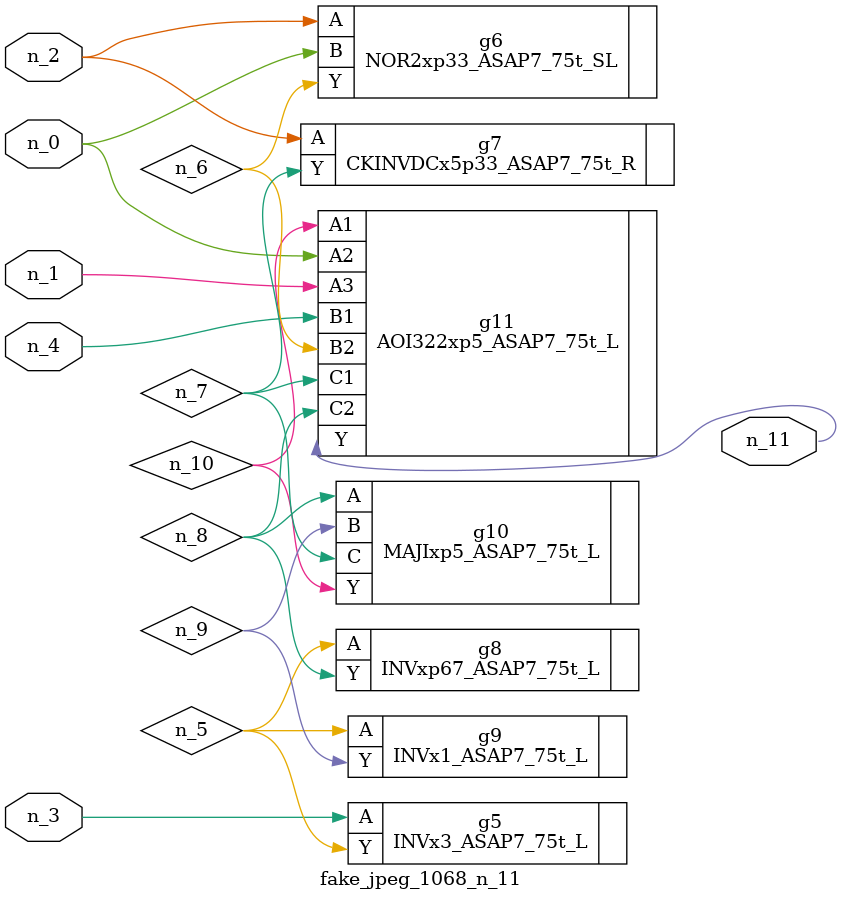
<source format=v>
module fake_jpeg_1068_n_11 (n_3, n_2, n_1, n_0, n_4, n_11);

input n_3;
input n_2;
input n_1;
input n_0;
input n_4;

output n_11;

wire n_10;
wire n_8;
wire n_9;
wire n_6;
wire n_5;
wire n_7;

INVx3_ASAP7_75t_L g5 ( 
.A(n_3),
.Y(n_5)
);

NOR2xp33_ASAP7_75t_SL g6 ( 
.A(n_2),
.B(n_0),
.Y(n_6)
);

CKINVDCx5p33_ASAP7_75t_R g7 ( 
.A(n_2),
.Y(n_7)
);

INVxp67_ASAP7_75t_L g8 ( 
.A(n_5),
.Y(n_8)
);

MAJIxp5_ASAP7_75t_L g10 ( 
.A(n_8),
.B(n_9),
.C(n_7),
.Y(n_10)
);

INVx1_ASAP7_75t_L g9 ( 
.A(n_5),
.Y(n_9)
);

AOI322xp5_ASAP7_75t_L g11 ( 
.A1(n_10),
.A2(n_0),
.A3(n_1),
.B1(n_4),
.B2(n_6),
.C1(n_7),
.C2(n_8),
.Y(n_11)
);


endmodule
</source>
